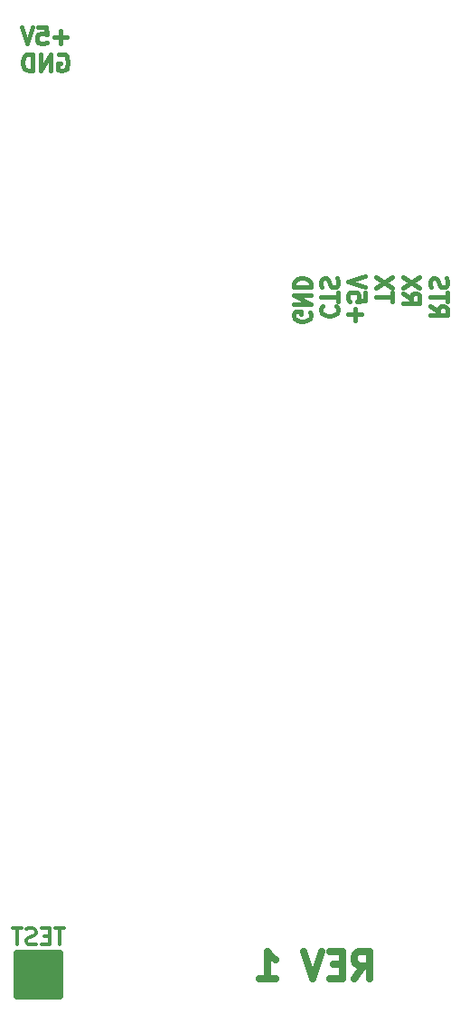
<source format=gbo>
G04 #@! TF.GenerationSoftware,KiCad,Pcbnew,(6.0.1)*
G04 #@! TF.CreationDate,2022-09-17T14:15:01-04:00*
G04 #@! TF.ProjectId,SIMPLE-68008,53494d50-4c45-42d3-9638-3030382e6b69,1*
G04 #@! TF.SameCoordinates,Original*
G04 #@! TF.FileFunction,Legend,Bot*
G04 #@! TF.FilePolarity,Positive*
%FSLAX46Y46*%
G04 Gerber Fmt 4.6, Leading zero omitted, Abs format (unit mm)*
G04 Created by KiCad (PCBNEW (6.0.1)) date 2022-09-17 14:15:01*
%MOMM*%
%LPD*%
G01*
G04 APERTURE LIST*
%ADD10C,0.396875*%
%ADD11C,0.381000*%
%ADD12C,0.635000*%
%ADD13C,0.304800*%
%ADD14C,0.650000*%
G04 APERTURE END LIST*
D10*
X140334055Y-46849392D02*
X139124531Y-46849392D01*
X139729293Y-47454154D02*
X139729293Y-46244630D01*
X137612626Y-45866654D02*
X138368578Y-45866654D01*
X138444174Y-46622607D01*
X138368578Y-46547011D01*
X138217388Y-46471416D01*
X137839412Y-46471416D01*
X137688221Y-46547011D01*
X137612626Y-46622607D01*
X137537031Y-46773797D01*
X137537031Y-47151773D01*
X137612626Y-47302964D01*
X137688221Y-47378559D01*
X137839412Y-47454154D01*
X138217388Y-47454154D01*
X138368578Y-47378559D01*
X138444174Y-47302964D01*
X137083459Y-45866654D02*
X136554293Y-47454154D01*
X136025126Y-45866654D01*
D11*
X174327532Y-71984507D02*
X175083484Y-72492507D01*
X174327532Y-72855364D02*
X175915032Y-72855364D01*
X175915032Y-72274792D01*
X175839437Y-72129650D01*
X175763841Y-72057078D01*
X175612651Y-71984507D01*
X175385865Y-71984507D01*
X175234675Y-72057078D01*
X175159079Y-72129650D01*
X175083484Y-72274792D01*
X175083484Y-72855364D01*
X175915032Y-71549078D02*
X175915032Y-70678221D01*
X174327532Y-71113650D02*
X175915032Y-71113650D01*
X174403127Y-70242792D02*
X174327532Y-70025078D01*
X174327532Y-69662221D01*
X174403127Y-69517078D01*
X174478722Y-69444507D01*
X174629913Y-69371935D01*
X174781103Y-69371935D01*
X174932294Y-69444507D01*
X175007889Y-69517078D01*
X175083484Y-69662221D01*
X175159079Y-69952507D01*
X175234675Y-70097650D01*
X175310270Y-70170221D01*
X175461460Y-70242792D01*
X175612651Y-70242792D01*
X175763841Y-70170221D01*
X175839437Y-70097650D01*
X175915032Y-69952507D01*
X175915032Y-69589650D01*
X175839437Y-69371935D01*
X171771657Y-70823364D02*
X172527609Y-71331364D01*
X171771657Y-71694221D02*
X173359157Y-71694221D01*
X173359157Y-71113650D01*
X173283562Y-70968507D01*
X173207966Y-70895935D01*
X173056776Y-70823364D01*
X172829990Y-70823364D01*
X172678800Y-70895935D01*
X172603204Y-70968507D01*
X172527609Y-71113650D01*
X172527609Y-71694221D01*
X173359157Y-70315364D02*
X171771657Y-69299364D01*
X173359157Y-69299364D02*
X171771657Y-70315364D01*
X170803282Y-71549078D02*
X170803282Y-70678221D01*
X169215782Y-71113650D02*
X170803282Y-71113650D01*
X170803282Y-70315364D02*
X169215782Y-69299364D01*
X170803282Y-69299364D02*
X169215782Y-70315364D01*
X167264669Y-73363364D02*
X167264669Y-72202221D01*
X166659907Y-72782792D02*
X167869431Y-72782792D01*
X168247407Y-70750792D02*
X168247407Y-71476507D01*
X167491454Y-71549078D01*
X167567050Y-71476507D01*
X167642645Y-71331364D01*
X167642645Y-70968507D01*
X167567050Y-70823364D01*
X167491454Y-70750792D01*
X167340264Y-70678221D01*
X166962288Y-70678221D01*
X166811097Y-70750792D01*
X166735502Y-70823364D01*
X166659907Y-70968507D01*
X166659907Y-71331364D01*
X166735502Y-71476507D01*
X166811097Y-71549078D01*
X168247407Y-70242792D02*
X166659907Y-69734792D01*
X168247407Y-69226792D01*
X164255222Y-71984507D02*
X164179627Y-72057078D01*
X164104032Y-72274792D01*
X164104032Y-72419935D01*
X164179627Y-72637650D01*
X164330817Y-72782792D01*
X164482008Y-72855364D01*
X164784389Y-72927935D01*
X165011175Y-72927935D01*
X165313556Y-72855364D01*
X165464746Y-72782792D01*
X165615937Y-72637650D01*
X165691532Y-72419935D01*
X165691532Y-72274792D01*
X165615937Y-72057078D01*
X165540341Y-71984507D01*
X165691532Y-71549078D02*
X165691532Y-70678221D01*
X164104032Y-71113650D02*
X165691532Y-71113650D01*
X164179627Y-70242792D02*
X164104032Y-70025078D01*
X164104032Y-69662221D01*
X164179627Y-69517078D01*
X164255222Y-69444507D01*
X164406413Y-69371935D01*
X164557603Y-69371935D01*
X164708794Y-69444507D01*
X164784389Y-69517078D01*
X164859984Y-69662221D01*
X164935579Y-69952507D01*
X165011175Y-70097650D01*
X165086770Y-70170221D01*
X165237960Y-70242792D01*
X165389151Y-70242792D01*
X165540341Y-70170221D01*
X165615937Y-70097650D01*
X165691532Y-69952507D01*
X165691532Y-69589650D01*
X165615937Y-69371935D01*
X163060062Y-72565078D02*
X163135657Y-72710221D01*
X163135657Y-72927935D01*
X163060062Y-73145650D01*
X162908871Y-73290792D01*
X162757681Y-73363364D01*
X162455300Y-73435935D01*
X162228514Y-73435935D01*
X161926133Y-73363364D01*
X161774942Y-73290792D01*
X161623752Y-73145650D01*
X161548157Y-72927935D01*
X161548157Y-72782792D01*
X161623752Y-72565078D01*
X161699347Y-72492507D01*
X162228514Y-72492507D01*
X162228514Y-72782792D01*
X161548157Y-71839364D02*
X163135657Y-71839364D01*
X161548157Y-70968507D01*
X163135657Y-70968507D01*
X161548157Y-70242792D02*
X163135657Y-70242792D01*
X163135657Y-69879935D01*
X163060062Y-69662221D01*
X162908871Y-69517078D01*
X162757681Y-69444507D01*
X162455300Y-69371935D01*
X162228514Y-69371935D01*
X161926133Y-69444507D01*
X161774942Y-69517078D01*
X161623752Y-69662221D01*
X161548157Y-69879935D01*
X161548157Y-70242792D01*
D12*
X167198083Y-134884891D02*
X168044750Y-133675367D01*
X168649511Y-134884891D02*
X168649511Y-132344891D01*
X167681892Y-132344891D01*
X167439988Y-132465844D01*
X167319035Y-132586796D01*
X167198083Y-132828701D01*
X167198083Y-133191558D01*
X167319035Y-133433463D01*
X167439988Y-133554415D01*
X167681892Y-133675367D01*
X168649511Y-133675367D01*
X166109511Y-133554415D02*
X165262845Y-133554415D01*
X164899988Y-134884891D02*
X166109511Y-134884891D01*
X166109511Y-132344891D01*
X164899988Y-132344891D01*
X164174273Y-132344891D02*
X163327607Y-134884891D01*
X162480940Y-132344891D01*
X158368559Y-134884891D02*
X159819988Y-134884891D01*
X159094273Y-134884891D02*
X159094273Y-132344891D01*
X159336178Y-132707748D01*
X159578083Y-132949653D01*
X159819988Y-133070605D01*
D10*
X139502507Y-48482250D02*
X139653697Y-48406654D01*
X139880483Y-48406654D01*
X140107269Y-48482250D01*
X140258459Y-48633440D01*
X140334055Y-48784630D01*
X140409650Y-49087011D01*
X140409650Y-49313797D01*
X140334055Y-49616178D01*
X140258459Y-49767369D01*
X140107269Y-49918559D01*
X139880483Y-49994154D01*
X139729293Y-49994154D01*
X139502507Y-49918559D01*
X139426912Y-49842964D01*
X139426912Y-49313797D01*
X139729293Y-49313797D01*
X138746555Y-49994154D02*
X138746555Y-48406654D01*
X137839412Y-49994154D01*
X137839412Y-48406654D01*
X137083459Y-49994154D02*
X137083459Y-48406654D01*
X136705483Y-48406654D01*
X136478697Y-48482250D01*
X136327507Y-48633440D01*
X136251912Y-48784630D01*
X136176316Y-49087011D01*
X136176316Y-49313797D01*
X136251912Y-49616178D01*
X136327507Y-49767369D01*
X136478697Y-49918559D01*
X136705483Y-49994154D01*
X137083459Y-49994154D01*
D13*
X140073742Y-130183828D02*
X139202885Y-130183828D01*
X139638314Y-131707828D02*
X139638314Y-130183828D01*
X138694885Y-130909542D02*
X138186885Y-130909542D01*
X137969171Y-131707828D02*
X138694885Y-131707828D01*
X138694885Y-130183828D01*
X137969171Y-130183828D01*
X137388600Y-131635257D02*
X137170885Y-131707828D01*
X136808028Y-131707828D01*
X136662885Y-131635257D01*
X136590314Y-131562685D01*
X136517742Y-131417542D01*
X136517742Y-131272400D01*
X136590314Y-131127257D01*
X136662885Y-131054685D01*
X136808028Y-130982114D01*
X137098314Y-130909542D01*
X137243457Y-130836971D01*
X137316028Y-130764400D01*
X137388600Y-130619257D01*
X137388600Y-130474114D01*
X137316028Y-130328971D01*
X137243457Y-130256400D01*
X137098314Y-130183828D01*
X136735457Y-130183828D01*
X136517742Y-130256400D01*
X136082314Y-130183828D02*
X135211457Y-130183828D01*
X135646885Y-131707828D02*
X135646885Y-130183828D01*
D14*
X135642600Y-132518400D02*
X139642600Y-132518400D01*
X139642600Y-132518400D02*
X139642600Y-136518400D01*
X139642600Y-136518400D02*
X135642600Y-136518400D01*
X135642600Y-136518400D02*
X135642600Y-132518400D01*
X135642600Y-132518400D02*
X135642600Y-133018400D01*
X135642600Y-133018400D02*
X139642600Y-133018400D01*
X139642600Y-133018400D02*
X139642600Y-133518400D01*
X139642600Y-133518400D02*
X135642600Y-133518400D01*
X135642600Y-133518400D02*
X135642600Y-134018400D01*
X135642600Y-134018400D02*
X139642600Y-134018400D01*
X139642600Y-134018400D02*
X139642600Y-134518400D01*
X139642600Y-134518400D02*
X135642600Y-134518400D01*
X135642600Y-134518400D02*
X135642600Y-135018400D01*
X135642600Y-135018400D02*
X139142600Y-135018400D01*
X139142600Y-135018400D02*
X139642600Y-135018400D01*
X139642600Y-135018400D02*
X139642600Y-135518400D01*
X139642600Y-135518400D02*
X135642600Y-135518400D01*
X135642600Y-135518400D02*
X135642600Y-136018400D01*
X135642600Y-136018400D02*
X139642600Y-136018400D01*
M02*

</source>
